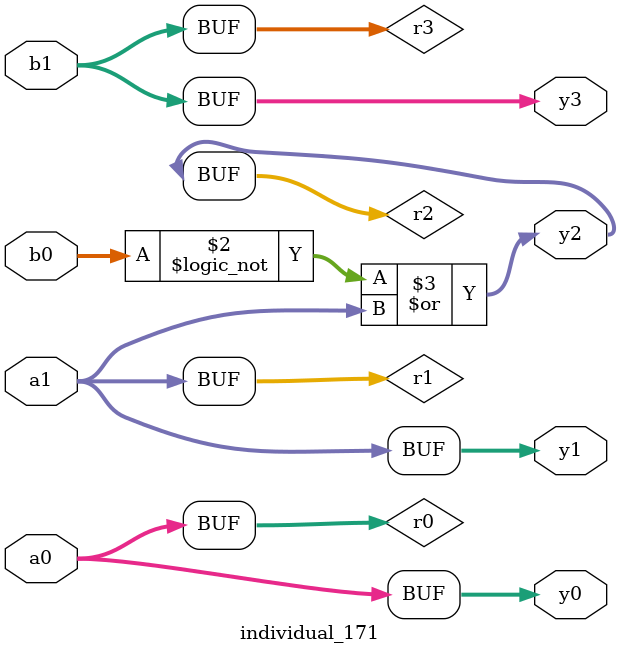
<source format=sv>
module individual_171(input logic [15:0] a1, input logic [15:0] a0, input logic [15:0] b1, input logic [15:0] b0, output logic [15:0] y3, output logic [15:0] y2, output logic [15:0] y1, output logic [15:0] y0);
logic [15:0] r0, r1, r2, r3; 
 always@(*) begin 
	 r0 = a0; r1 = a1; r2 = b0; r3 = b1; 
 	 r2 = ! r2 ;
 	 r2  |=  r1 ;
 	 y3 = r3; y2 = r2; y1 = r1; y0 = r0; 
end
endmodule
</source>
